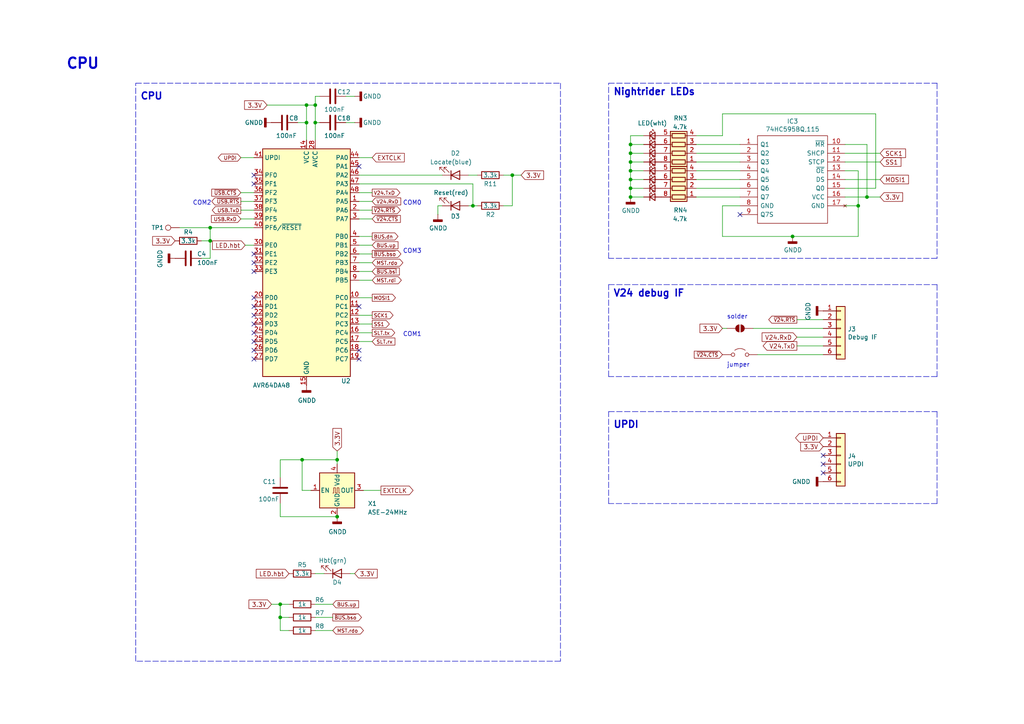
<source format=kicad_sch>
(kicad_sch (version 20250114) (generator "eeschema") (generator_version "9.0")
  (paper "A4")
  (title_block (title "RTB C10 Module") (date "2025-09-22") (rev "4") (company "Frank Schumacher") (comment 1 "Bus Master /w USB"))
  (lib_symbols
    (symbol "Connector:TestPoint" (pin_numbers (hide yes)) (pin_names (offset 0.762) (hide yes))
      (property "Reference" "TP" (at 0 6.858 0))
      (property "Value" "TestPoint" (at 0 5.08 0))
      (symbol "TestPoint_0_1"
        (circle (center 0 3.302) (radius 0.762))
      )
      (symbol "TestPoint_1_1"
        (pin passive line (at 0 0 90) (length 2.54) (name "1") (number "1"))
      )
    )
    (symbol "Connector_Generic:Conn_01x06" (pin_names (offset 1.016) (hide yes))
      (property "Reference" "J" (at 0 7.62 0))
      (property "Value" "Conn_01x06" (at 0 -10.16 0))
      (symbol "Conn_01x06_1_1"
        (rectangle (start -1.27 6.35) (end 1.27 -8.89) (stroke (width 0.254)) (fill (type background)))
        (rectangle (start -1.27 5.207) (end 0 4.953) (stroke (width 0.1524)))
        (rectangle (start -1.27 2.667) (end 0 2.413) (stroke (width 0.1524)))
        (rectangle (start -1.27 0.127) (end 0 -0.127) (stroke (width 0.1524)))
        (rectangle (start -1.27 -2.413) (end 0 -2.667) (stroke (width 0.1524)))
        (rectangle (start -1.27 -4.953) (end 0 -5.207) (stroke (width 0.1524)))
        (rectangle (start -1.27 -7.493) (end 0 -7.747) (stroke (width 0.1524)))
        (pin passive line (at -5.08 5.08 0) (length 3.81) (name "Pin_1") (number "1"))
        (pin passive line (at -5.08 2.54 0) (length 3.81) (name "Pin_2") (number "2"))
        (pin passive line (at -5.08 0 0) (length 3.81) (name "Pin_3") (number "3"))
        (pin passive line (at -5.08 -2.54 0) (length 3.81) (name "Pin_4") (number "4"))
        (pin passive line (at -5.08 -5.08 0) (length 3.81) (name "Pin_5") (number "5"))
        (pin passive line (at -5.08 -7.62 0) (length 3.81) (name "Pin_6") (number "6"))
      )
    )
    (symbol "Device:C" (pin_numbers (hide yes)) (pin_names (offset 0.254))
      (property "Reference" "C" (at 0.635 2.54 0))
      (property "Value" "C" (at 0.635 -2.54 0))
      (symbol "C_0_1"
        (polyline (pts (xy -2.032 0.762) (xy 2.032 0.762)) (stroke (width 0.508)))
        (polyline (pts (xy -2.032 -0.762) (xy 2.032 -0.762)) (stroke (width 0.508)))
      )
      (symbol "C_1_1"
        (pin passive line (at 0 3.81 270) (length 2.794) (name "~") (number "1"))
        (pin passive line (at 0 -3.81 90) (length 2.794) (name "~") (number "2"))
      )
    )
    (symbol "Device:LED" (pin_numbers (hide yes)) (pin_names (offset 1.016) (hide yes))
      (property "Reference" "D" (at 0 2.54 0))
      (property "Value" "LED" (at 0 -2.54 0))
      (symbol "LED_0_1"
        (polyline (pts (xy -3.048 -0.762) (xy -4.572 -2.286) (xy -3.81 -2.286) (xy -4.572 -2.286) (xy -4.572 -1.524)))
        (polyline (pts (xy -1.778 -0.762) (xy -3.302 -2.286) (xy -2.54 -2.286) (xy -3.302 -2.286) (xy -3.302 -1.524)))
        (polyline (pts (xy -1.27 0) (xy 1.27 0)))
        (polyline (pts (xy -1.27 -1.27) (xy -1.27 1.27)) (stroke (width 0.254)))
        (polyline (pts (xy 1.27 -1.27) (xy 1.27 1.27) (xy -1.27 0) (xy 1.27 -1.27)) (stroke (width 0.254)))
      )
      (symbol "LED_1_1"
        (pin passive line (at -3.81 0 0) (length 2.54) (name "K") (number "1"))
        (pin passive line (at 3.81 0 180) (length 2.54) (name "A") (number "2"))
      )
    )
    (symbol "Device:LED_Small" (pin_numbers (hide yes)) (pin_names (offset 0.254) (hide yes))
      (property "Reference" "D" (at -1.27 3.175 0))
      (property "Value" "LED_Small" (at -4.445 -2.54 0))
      (symbol "LED_Small_0_1"
        (polyline (pts (xy -0.762 -1.016) (xy -0.762 1.016)) (stroke (width 0.254)))
        (polyline (pts (xy 0 0.762) (xy -0.508 1.27) (xy -0.254 1.27) (xy -0.508 1.27) (xy -0.508 1.016)))
        (polyline (pts (xy 0.508 1.27) (xy 0 1.778) (xy 0.254 1.778) (xy 0 1.778) (xy 0 1.524)))
        (polyline (pts (xy 0.762 -1.016) (xy -0.762 0) (xy 0.762 1.016) (xy 0.762 -1.016)) (stroke (width 0.254)))
        (polyline (pts (xy 1.016 0) (xy -0.762 0)))
      )
      (symbol "LED_Small_1_1"
        (pin passive line (at -2.54 0 0) (length 1.778) (name "K") (number "1"))
        (pin passive line (at 2.54 0 180) (length 1.778) (name "A") (number "2"))
      )
    )
    (symbol "Device:R" (pin_numbers (hide yes)) (pin_names (offset 0))
      (property "Reference" "R" (at 2.032 0 90))
      (property "Value" "R" (at 0 0 90))
      (symbol "R_0_1"
        (rectangle (start -1.016 -2.54) (end 1.016 2.54) (stroke (width 0.254)))
      )
      (symbol "R_1_1"
        (pin passive line (at 0 3.81 270) (length 1.27) (name "~") (number "1"))
        (pin passive line (at 0 -3.81 90) (length 1.27) (name "~") (number "2"))
      )
    )
    (symbol "Device:R_Pack04" (pin_names (offset 0) (hide yes))
      (property "Reference" "RN" (at -7.62 0 90))
      (property "Value" "R_Pack04" (at 5.08 0 90))
      (symbol "R_Pack04_0_1"
        (rectangle (start -6.35 -2.413) (end 3.81 2.413) (stroke (width 0.254)) (fill (type background)))
        (rectangle (start -5.715 1.905) (end -4.445 -1.905) (stroke (width 0.254)))
        (polyline (pts (xy -5.08 1.905) (xy -5.08 2.54)))
        (polyline (pts (xy -5.08 -2.54) (xy -5.08 -1.905)))
        (rectangle (start -3.175 1.905) (end -1.905 -1.905) (stroke (width 0.254)))
        (polyline (pts (xy -2.54 1.905) (xy -2.54 2.54)))
        (polyline (pts (xy -2.54 -2.54) (xy -2.54 -1.905)))
        (rectangle (start -0.635 1.905) (end 0.635 -1.905) (stroke (width 0.254)))
        (polyline (pts (xy 0 1.905) (xy 0 2.54)))
        (polyline (pts (xy 0 -2.54) (xy 0 -1.905)))
        (rectangle (start 1.905 1.905) (end 3.175 -1.905) (stroke (width 0.254)))
        (polyline (pts (xy 2.54 1.905) (xy 2.54 2.54)))
        (polyline (pts (xy 2.54 -2.54) (xy 2.54 -1.905)))
      )
      (symbol "R_Pack04_1_1"
        (pin passive line (at -5.08 5.08 270) (length 2.54) (name "R1.2") (number "8"))
        (pin passive line (at -5.08 -5.08 90) (length 2.54) (name "R1.1") (number "1"))
        (pin passive line (at -2.54 5.08 270) (length 2.54) (name "R2.2") (number "7"))
        (pin passive line (at -2.54 -5.08 90) (length 2.54) (name "R2.1") (number "2"))
        (pin passive line (at 0 5.08 270) (length 2.54) (name "R3.2") (number "6"))
        (pin passive line (at 0 -5.08 90) (length 2.54) (name "R3.1") (number "3"))
        (pin passive line (at 2.54 5.08 270) (length 2.54) (name "R4.2") (number "5"))
        (pin passive line (at 2.54 -5.08 90) (length 2.54) (name "R4.1") (number "4"))
      )
    )
    (symbol "Jumper:Jumper_2_Open" (pin_numbers (hide yes)) (pin_names (offset 0) (hide yes))
      (property "Reference" "JP" (at 0 2.794 0))
      (property "Value" "Jumper_2_Open" (at 0 -2.286 0))
      (symbol "Jumper_2_Open_0_0"
        (circle (center -2.032 0) (radius 0.508))
        (circle (center 2.032 0) (radius 0.508))
      )
      (symbol "Jumper_2_Open_0_1"
        (arc (start -1.524 1.27) (mid 0 1.778) (end 1.524 1.27))
      )
      (symbol "Jumper_2_Open_1_1"
        (pin passive line (at -5.08 0 0) (length 2.54) (name "A") (number "1"))
        (pin passive line (at 5.08 0 180) (length 2.54) (name "B") (number "2"))
      )
    )
    (symbol "Jumper:SolderJumper_2_Open" (pin_numbers (hide yes)) (pin_names (offset 0) (hide yes)) (in_bom no)
      (property "Reference" "JP" (at 0 2.032 0))
      (property "Value" "SolderJumper_2_Open" (at 0 -2.54 0))
      (symbol "SolderJumper_2_Open_0_1"
        (polyline (pts (xy -0.254 1.016) (xy -0.254 -1.016)))
        (arc (start -0.254 -1.016) (mid -1.2656 0) (end -0.254 1.016))
        (arc (start -0.254 -1.016) (mid -1.2656 0) (end -0.254 1.016) (fill (type outline)))
        (arc (start 0.254 1.016) (mid 1.2656 0) (end 0.254 -1.016))
        (arc (start 0.254 1.016) (mid 1.2656 0) (end 0.254 -1.016) (fill (type outline)))
        (polyline (pts (xy 0.254 1.016) (xy 0.254 -1.016)))
      )
      (symbol "SolderJumper_2_Open_1_1"
        (pin passive line (at -3.81 0 0) (length 2.54) (name "A") (number "1"))
        (pin passive line (at 3.81 0 180) (length 2.54) (name "B") (number "2"))
      )
    )
    (symbol "MCU_Microchip_ATmega:ATmega4809-M"
      (property "Reference" "U" (at -12.7 34.29 0))
      (property "Value" "ATmega4809-M" (at 2.54 -34.29 0))
      (symbol "ATmega4809-M_0_1"
        (rectangle (start -12.7 -33.02) (end 12.7 33.02) (stroke (width 0.254)) (fill (type background)))
      )
      (symbol "ATmega4809-M_1_1"
        (pin bidirectional line (at -15.24 30.48 0) (length 2.54) (name "UPDI") (number "41"))
        (pin bidirectional line (at -15.24 25.4 0) (length 2.54) (name "PF0") (number "34"))
        (pin bidirectional line (at -15.24 22.86 0) (length 2.54) (name "PF1") (number "35"))
        (pin bidirectional line (at -15.24 20.32 0) (length 2.54) (name "PF2") (number "36"))
        (pin bidirectional line (at -15.24 17.78 0) (length 2.54) (name "PF3") (number "37"))
        (pin bidirectional line (at -15.24 15.24 0) (length 2.54) (name "PF4") (number "38"))
        (pin bidirectional line (at -15.24 12.7 0) (length 2.54) (name "PF5") (number "39"))
        (pin bidirectional line (at -15.24 10.16 0) (length 2.54) (name "PF6/~{RESET}") (number "40"))
        (pin bidirectional line (at -15.24 5.08 0) (length 2.54) (name "PE0") (number "30"))
        (pin bidirectional line (at -15.24 2.54 0) (length 2.54) (name "PE1") (number "31"))
        (pin bidirectional line (at -15.24 0 0) (length 2.54) (name "PE2") (number "32"))
        (pin bidirectional line (at -15.24 -2.54 0) (length 2.54) (name "PE3") (number "33"))
        (pin bidirectional line (at -15.24 -10.16 0) (length 2.54) (name "PD0") (number "20"))
        (pin bidirectional line (at -15.24 -12.7 0) (length 2.54) (name "PD1") (number "21"))
        (pin bidirectional line (at -15.24 -15.24 0) (length 2.54) (name "PD2") (number "22"))
        (pin bidirectional line (at -15.24 -17.78 0) (length 2.54) (name "PD3") (number "23"))
        (pin bidirectional line (at -15.24 -20.32 0) (length 2.54) (name "PD4") (number "24"))
        (pin bidirectional line (at -15.24 -22.86 0) (length 2.54) (name "PD5") (number "25"))
        (pin bidirectional line (at -15.24 -25.4 0) (length 2.54) (name "PD6") (number "26"))
        (pin bidirectional line (at -15.24 -27.94 0) (length 2.54) (name "PD7") (number "27"))
        (pin power_in line (at 0 35.56 270) (length 2.54) (name "VCC") (number "14"))
        (pin passive line (at 0 35.56 270) (length 2.54) (hide yes) (name "VCC") (number "42"))
        (pin power_in line (at 0 -35.56 90) (length 2.54) (name "GND") (number "15"))
        (pin passive line (at 0 -35.56 90) (length 2.54) (hide yes) (name "GND") (number "29"))
        (pin passive line (at 0 -35.56 90) (length 2.54) (hide yes) (name "GND") (number "43"))
        (pin passive line (at 0 -35.56 90) (length 2.54) (hide yes) (name "GND") (number "49"))
        (pin power_in line (at 2.54 35.56 270) (length 2.54) (name "AVCC") (number "28"))
        (pin bidirectional line (at 15.24 30.48 180) (length 2.54) (name "PA0") (number "44"))
        (pin bidirectional line (at 15.24 27.94 180) (length 2.54) (name "PA1") (number "45"))
        (pin bidirectional line (at 15.24 25.4 180) (length 2.54) (name "PA2") (number "46"))
        (pin bidirectional line (at 15.24 22.86 180) (length 2.54) (name "PA3") (number "47"))
        (pin bidirectional line (at 15.24 20.32 180) (length 2.54) (name "PA4") (number "48"))
        (pin bidirectional line (at 15.24 17.78 180) (length 2.54) (name "PA5") (number "1"))
        (pin bidirectional line (at 15.24 15.24 180) (length 2.54) (name "PA6") (number "2"))
        (pin bidirectional line (at 15.24 12.7 180) (length 2.54) (name "PA7") (number "3"))
        (pin bidirectional line (at 15.24 7.62 180) (length 2.54) (name "PB0") (number "4"))
        (pin bidirectional line (at 15.24 5.08 180) (length 2.54) (name "PB1") (number "5"))
        (pin bidirectional line (at 15.24 2.54 180) (length 2.54) (name "PB2") (number "6"))
        (pin bidirectional line (at 15.24 0 180) (length 2.54) (name "PB3") (number "7"))
        (pin bidirectional line (at 15.24 -2.54 180) (length 2.54) (name "PB4") (number "8"))
        (pin bidirectional line (at 15.24 -5.08 180) (length 2.54) (name "PB5") (number "9"))
        (pin bidirectional line (at 15.24 -10.16 180) (length 2.54) (name "PC0") (number "10"))
        (pin bidirectional line (at 15.24 -12.7 180) (length 2.54) (name "PC1") (number "11"))
        (pin bidirectional line (at 15.24 -15.24 180) (length 2.54) (name "PC2") (number "12"))
        (pin bidirectional line (at 15.24 -17.78 180) (length 2.54) (name "PC3") (number "13"))
        (pin bidirectional line (at 15.24 -20.32 180) (length 2.54) (name "PC4") (number "16"))
        (pin bidirectional line (at 15.24 -22.86 180) (length 2.54) (name "PC5") (number "17"))
        (pin bidirectional line (at 15.24 -25.4 180) (length 2.54) (name "PC6") (number "18"))
        (pin bidirectional line (at 15.24 -27.94 180) (length 2.54) (name "PC7") (number "19"))
      )
    )
    (symbol "Oscillator:ASE-xxxMHz" (pin_names (offset 0.254))
      (property "Reference" "Y" (at -5.08 6.35 0))
      (property "Value" "ASE-xxxMHz" (at 1.27 -6.35 0))
      (symbol "ASE-xxxMHz_0_1"
        (rectangle (start -5.08 5.08) (end 5.08 -5.08) (stroke (width 0.254)) (fill (type background)))
        (polyline (pts (xy -1.27 -0.762) (xy -1.016 -0.762) (xy -1.016 0.762) (xy -0.508 0.762) (xy -0.508 -0.762) (xy 0 -0.762) (xy 0 0.762) (xy 0.508 0.762) (xy 0.508 -0.762) (xy 0.762 -0.762)))
      )
      (symbol "ASE-xxxMHz_1_1"
        (pin input line (at -7.62 0 0) (length 2.54) (name "EN") (number "1"))
        (pin power_in line (at 0 7.62 270) (length 2.54) (name "Vdd") (number "4"))
        (pin power_in line (at 0 -7.62 90) (length 2.54) (name "GND") (number "2"))
        (pin output line (at 7.62 0 180) (length 2.54) (name "OUT") (number "3"))
      )
    )
    (symbol "RTB:74HC595BQ,115" (pin_names (offset 0.762))
      (property "Reference" "IC" (at 26.67 7.62 0))
      (property "Value" "74HC595BQ,115" (at 26.67 5.08 0))
      (symbol "74HC595BQ,115_0_0"
        (pin tri_state line (at 0 0 0) (length 5.08) (name "Q1") (number "1"))
        (pin tri_state line (at 0 -2.54 0) (length 5.08) (name "Q2") (number "2"))
        (pin tri_state line (at 0 -5.08 0) (length 5.08) (name "Q3") (number "3"))
        (pin tri_state line (at 0 -7.62 0) (length 5.08) (name "Q4") (number "4"))
        (pin tri_state line (at 0 -10.16 0) (length 5.08) (name "Q5") (number "5"))
        (pin tri_state line (at 0 -12.7 0) (length 5.08) (name "Q6") (number "6"))
        (pin tri_state line (at 0 -15.24 0) (length 5.08) (name "Q7") (number "7"))
        (pin power_in line (at 0 -17.78 0) (length 5.08) (name "GND") (number "8"))
        (pin output line (at 0 -20.32 0) (length 5.08) (name "Q7S") (number "9"))
        (pin input line (at 30.48 0 180) (length 5.08) (name "~{MR}") (number "10"))
        (pin input line (at 30.48 -2.54 180) (length 5.08) (name "SHCP") (number "11"))
        (pin input line (at 30.48 -5.08 180) (length 5.08) (name "STCP") (number "12"))
        (pin input line (at 30.48 -7.62 180) (length 5.08) (name "~{OE}") (number "13"))
        (pin input line (at 30.48 -10.16 180) (length 5.08) (name "DS") (number "14"))
        (pin tri_state line (at 30.48 -12.7 180) (length 5.08) (name "Q0") (number "15"))
        (pin power_in line (at 30.48 -15.24 180) (length 5.08) (name "VCC") (number "16"))
        (pin no_connect line (at 30.48 -17.78 180) (length 5.08) (name "GND") (number "17"))
      )
      (symbol "74HC595BQ,115_0_1"
        (polyline (pts (xy 5.08 2.54) (xy 25.4 2.54) (xy 25.4 -22.86) (xy 5.08 -22.86) (xy 5.08 2.54)) (stroke (width 0.1524)))
      )
    )
    (symbol "power:GNDD" (power) (pin_numbers (hide yes)) (pin_names (offset 0) (hide yes))
      (property "Value" "GNDD" (at 0 -3.175 0))
      (symbol "GNDD_0_1"
        (rectangle (start -1.27 -1.524) (end 1.27 -2.032) (stroke (width 0.254)) (fill (type outline)))
        (polyline (pts (xy 0 0) (xy 0 -1.524)))
      )
      (symbol "GNDD_1_1"
        (pin power_in line (at 0 0 270) (length 0) (name "~") (number "1"))
      )
    )
  )
  (text "CPU" (at 40.64 29.21 0) (effects (font (size 2.0066 2.0066) (thickness 0.4013) (bold yes)) (justify left bottom)))
  (text "COM2" (at 55.88 59.69 0) (effects (font (size 1.27 1.27)) (justify left bottom)))
  (text "jumper" (at 210.82 106.68 0) (effects (font (size 1.27 1.27)) (justify left bottom)))
  (text "V24 debug IF" (at 177.8 86.36 0) (effects (font (size 2.0066 2.0066) (thickness 0.4013) (bold yes)) (justify left bottom)))
  (text "COM3" (at 116.84 73.66 0) (effects (font (size 1.27 1.27)) (justify left bottom)))
  (text "COM1" (at 116.84 97.79 0) (effects (font (size 1.27 1.27)) (justify left bottom)))
  (text "solder" (at 210.82 92.71 0) (effects (font (size 1.27 1.27)) (justify left bottom)))
  (text "Nightrider LEDs" (at 177.8 27.94 0) (effects (font (size 2.0066 2.0066) (thickness 0.4013) (bold yes)) (justify left bottom)))
  (text "COM0" (at 116.84 59.69 0) (effects (font (size 1.27 1.27)) (justify left bottom)))
  (text "CPU" (at 19.05 20.32 0) (effects (font (size 2.9972 2.9972) (thickness 0.5994) (bold yes)) (justify left bottom)))
  (text "UPDI" (at 177.8 124.46 0) (effects (font (size 2.0066 2.0066) (thickness 0.4013) (bold yes)) (justify left bottom)))
  (junction (at 91.44 30.48))
  (junction (at 251.46 57.15))
  (junction (at 97.79 133.35))
  (junction (at 87.63 133.35))
  (junction (at 182.88 49.53))
  (junction (at 182.88 57.15))
  (junction (at 182.88 52.07))
  (junction (at 81.28 179.07))
  (junction (at 88.9 35.56))
  (junction (at 81.28 175.26))
  (junction (at 97.79 149.86))
  (junction (at 60.96 69.85))
  (junction (at 60.96 66.04))
  (junction (at 88.9 30.48))
  (junction (at 182.88 41.91))
  (junction (at 182.88 46.99))
  (junction (at 91.44 35.56))
  (junction (at 137.16 59.69))
  (junction (at 248.92 59.69))
  (junction (at 182.88 54.61))
  (junction (at 148.59 50.8))
  (junction (at 182.88 44.45))
  (junction (at 229.87 68.58))
  (no_connect (at 238.76 137.16))
  (no_connect (at 73.66 88.9))
  (no_connect (at 73.66 104.14))
  (no_connect (at 73.66 73.66))
  (no_connect (at 104.14 88.9))
  (no_connect (at 73.66 93.98))
  (no_connect (at 104.14 48.26))
  (no_connect (at 73.66 78.74))
  (no_connect (at 104.14 104.14))
  (no_connect (at 73.66 53.34))
  (no_connect (at 73.66 76.2))
  (no_connect (at 73.66 91.44))
  (no_connect (at 238.76 132.08))
  (no_connect (at 214.63 62.23))
  (no_connect (at 73.66 86.36))
  (no_connect (at 238.76 134.62))
  (no_connect (at 73.66 99.06))
  (no_connect (at 104.14 101.6))
  (no_connect (at 73.66 101.6))
  (no_connect (at 73.66 50.8))
  (no_connect (at 73.66 96.52))
  (wire (pts (xy 60.96 66.04) (xy 73.66 66.04)))
  (wire (pts (xy 254 54.61) (xy 254 33.02)))
  (polyline (pts (xy 271.78 146.05) (xy 176.53 146.05)) (stroke (width 0) (type dash)))
  (polyline (pts (xy 271.78 82.55) (xy 271.78 109.22)) (stroke (width 0) (type dash)))
  (wire (pts (xy 182.88 49.53) (xy 182.88 52.07)))
  (wire (pts (xy 60.96 69.85) (xy 60.96 74.93)))
  (wire (pts (xy 245.11 59.69) (xy 248.92 59.69)))
  (wire (pts (xy 81.28 138.43) (xy 81.28 133.35)))
  (wire (pts (xy 104.14 73.66) (xy 107.95 73.66)))
  (wire (pts (xy 182.88 57.15) (xy 186.69 57.15)))
  (wire (pts (xy 214.63 54.61) (xy 201.93 54.61)))
  (wire (pts (xy 231.14 97.79) (xy 238.76 97.79)))
  (wire (pts (xy 209.55 39.37) (xy 201.93 39.37)))
  (wire (pts (xy 91.44 166.37) (xy 93.98 166.37)))
  (wire (pts (xy 182.88 39.37) (xy 182.88 41.91)))
  (wire (pts (xy 209.55 59.69) (xy 209.55 68.58)))
  (wire (pts (xy 104.14 63.5) (xy 107.95 63.5)))
  (wire (pts (xy 182.88 46.99) (xy 182.88 49.53)))
  (wire (pts (xy 186.69 52.07) (xy 182.88 52.07)))
  (wire (pts (xy 104.14 53.34) (xy 137.16 53.34)))
  (wire (pts (xy 186.69 44.45) (xy 182.88 44.45)))
  (wire (pts (xy 248.92 68.58) (xy 248.92 59.69)))
  (wire (pts (xy 186.69 54.61) (xy 182.88 54.61)))
  (wire (pts (xy 107.95 78.74) (xy 104.14 78.74)))
  (wire (pts (xy 105.41 142.24) (xy 110.49 142.24)))
  (wire (pts (xy 245.11 57.15) (xy 251.46 57.15)))
  (polyline (pts (xy 271.78 74.93) (xy 176.53 74.93)) (stroke (width 0) (type dash)))
  (wire (pts (xy 97.79 130.81) (xy 97.79 133.35)))
  (wire (pts (xy 78.74 175.26) (xy 81.28 175.26)))
  (wire (pts (xy 87.63 142.24) (xy 90.17 142.24)))
  (wire (pts (xy 83.82 175.26) (xy 81.28 175.26)))
  (wire (pts (xy 81.28 179.07) (xy 81.28 182.88)))
  (wire (pts (xy 251.46 57.15) (xy 255.27 57.15)))
  (wire (pts (xy 73.66 60.96) (xy 69.85 60.96)))
  (polyline (pts (xy 176.53 24.13) (xy 271.78 24.13)) (stroke (width 0) (type dash)))
  (wire (pts (xy 209.55 33.02) (xy 209.55 39.37)))
  (wire (pts (xy 100.33 35.56) (xy 102.87 35.56)))
  (polyline (pts (xy 271.78 119.38) (xy 271.78 146.05)) (stroke (width 0) (type dash)))
  (wire (pts (xy 104.14 76.2) (xy 107.95 76.2)))
  (polyline (pts (xy 176.53 74.93) (xy 176.53 24.13)) (stroke (width 0) (type dash)))
  (wire (pts (xy 127 62.23) (xy 127 59.69)))
  (wire (pts (xy 186.69 41.91) (xy 182.88 41.91)))
  (wire (pts (xy 88.9 30.48) (xy 91.44 30.48)))
  (wire (pts (xy 104.14 81.28) (xy 107.95 81.28)))
  (wire (pts (xy 88.9 35.56) (xy 88.9 30.48)))
  (wire (pts (xy 104.14 96.52) (xy 107.95 96.52)))
  (wire (pts (xy 245.11 41.91) (xy 251.46 41.91)))
  (polyline (pts (xy 176.53 82.55) (xy 271.78 82.55)) (stroke (width 0) (type dash)))
  (wire (pts (xy 81.28 179.07) (xy 81.28 175.26)))
  (wire (pts (xy 229.87 68.58) (xy 248.92 68.58)))
  (wire (pts (xy 81.28 146.05) (xy 81.28 149.86)))
  (wire (pts (xy 214.63 59.69) (xy 209.55 59.69)))
  (wire (pts (xy 58.42 69.85) (xy 60.96 69.85)))
  (wire (pts (xy 81.28 182.88) (xy 83.82 182.88)))
  (wire (pts (xy 148.59 50.8) (xy 151.13 50.8)))
  (wire (pts (xy 91.44 27.94) (xy 92.71 27.94)))
  (wire (pts (xy 146.05 59.69) (xy 148.59 59.69)))
  (wire (pts (xy 182.88 44.45) (xy 182.88 46.99)))
  (wire (pts (xy 91.44 35.56) (xy 92.71 35.56)))
  (wire (pts (xy 73.66 45.72) (xy 69.85 45.72)))
  (wire (pts (xy 201.93 52.07) (xy 214.63 52.07)))
  (wire (pts (xy 127 59.69) (xy 128.27 59.69)))
  (wire (pts (xy 231.14 92.71) (xy 238.76 92.71)))
  (wire (pts (xy 219.71 102.87) (xy 238.76 102.87)))
  (wire (pts (xy 104.14 91.44) (xy 107.95 91.44)))
  (wire (pts (xy 137.16 53.34) (xy 137.16 59.69)))
  (wire (pts (xy 97.79 133.35) (xy 87.63 133.35)))
  (wire (pts (xy 135.89 50.8) (xy 138.43 50.8)))
  (wire (pts (xy 182.88 52.07) (xy 182.88 54.61)))
  (wire (pts (xy 86.36 35.56) (xy 88.9 35.56)))
  (polyline (pts (xy 162.56 191.77) (xy 39.37 191.77)) (stroke (width 0) (type dash)))
  (wire (pts (xy 60.96 66.04) (xy 60.96 69.85)))
  (wire (pts (xy 209.55 95.25) (xy 210.82 95.25)))
  (wire (pts (xy 104.14 99.06) (xy 107.95 99.06)))
  (wire (pts (xy 104.14 50.8) (xy 128.27 50.8)))
  (wire (pts (xy 81.28 133.35) (xy 87.63 133.35)))
  (wire (pts (xy 91.44 40.64) (xy 91.44 35.56)))
  (wire (pts (xy 209.55 68.58) (xy 229.87 68.58)))
  (wire (pts (xy 245.11 52.07) (xy 255.27 52.07)))
  (wire (pts (xy 104.14 45.72) (xy 107.95 45.72)))
  (wire (pts (xy 186.69 46.99) (xy 182.88 46.99)))
  (wire (pts (xy 100.33 27.94) (xy 102.87 27.94)))
  (wire (pts (xy 201.93 41.91) (xy 214.63 41.91)))
  (polyline (pts (xy 176.53 109.22) (xy 176.53 82.55)) (stroke (width 0) (type dash)))
  (wire (pts (xy 104.14 71.12) (xy 107.95 71.12)))
  (wire (pts (xy 81.28 149.86) (xy 97.79 149.86)))
  (wire (pts (xy 87.63 133.35) (xy 87.63 142.24)))
  (wire (pts (xy 73.66 63.5) (xy 69.85 63.5)))
  (polyline (pts (xy 176.53 119.38) (xy 271.78 119.38)) (stroke (width 0) (type dash)))
  (wire (pts (xy 83.82 179.07) (xy 81.28 179.07)))
  (wire (pts (xy 214.63 49.53) (xy 201.93 49.53)))
  (wire (pts (xy 96.52 175.26) (xy 91.44 175.26)))
  (polyline (pts (xy 271.78 109.22) (xy 176.53 109.22)) (stroke (width 0) (type dash)))
  (wire (pts (xy 186.69 39.37) (xy 182.88 39.37)))
  (wire (pts (xy 251.46 41.91) (xy 251.46 57.15)))
  (wire (pts (xy 104.14 58.42) (xy 107.95 58.42)))
  (wire (pts (xy 104.14 60.96) (xy 107.95 60.96)))
  (wire (pts (xy 97.79 133.35) (xy 97.79 134.62)))
  (wire (pts (xy 146.05 50.8) (xy 148.59 50.8)))
  (wire (pts (xy 104.14 68.58) (xy 107.95 68.58)))
  (wire (pts (xy 245.11 46.99) (xy 255.27 46.99)))
  (wire (pts (xy 101.6 166.37) (xy 102.87 166.37)))
  (wire (pts (xy 148.59 59.69) (xy 148.59 50.8)))
  (wire (pts (xy 248.92 49.53) (xy 248.92 59.69)))
  (wire (pts (xy 91.44 30.48) (xy 91.44 27.94)))
  (wire (pts (xy 104.14 86.36) (xy 107.95 86.36)))
  (wire (pts (xy 73.66 55.88) (xy 69.85 55.88)))
  (wire (pts (xy 201.93 46.99) (xy 214.63 46.99)))
  (wire (pts (xy 137.16 59.69) (xy 138.43 59.69)))
  (wire (pts (xy 245.11 54.61) (xy 254 54.61)))
  (wire (pts (xy 214.63 44.45) (xy 201.93 44.45)))
  (polyline (pts (xy 271.78 24.13) (xy 271.78 74.93)) (stroke (width 0) (type dash)))
  (polyline (pts (xy 162.56 24.13) (xy 162.56 191.77)) (stroke (width 0) (type dash)))
  (wire (pts (xy 182.88 41.91) (xy 182.88 44.45)))
  (wire (pts (xy 91.44 35.56) (xy 91.44 30.48)))
  (wire (pts (xy 52.07 66.04) (xy 60.96 66.04)))
  (wire (pts (xy 245.11 49.53) (xy 248.92 49.53)))
  (wire (pts (xy 77.47 30.48) (xy 88.9 30.48)))
  (wire (pts (xy 218.44 95.25) (xy 238.76 95.25)))
  (wire (pts (xy 245.11 44.45) (xy 255.27 44.45)))
  (polyline (pts (xy 39.37 24.13) (xy 162.56 24.13)) (stroke (width 0) (type dash)))
  (polyline (pts (xy 176.53 146.05) (xy 176.53 119.38)) (stroke (width 0) (type dash)))
  (wire (pts (xy 104.14 93.98) (xy 107.95 93.98)))
  (wire (pts (xy 58.42 74.93) (xy 60.96 74.93)))
  (wire (pts (xy 91.44 182.88) (xy 96.52 182.88)))
  (wire (pts (xy 73.66 58.42) (xy 69.85 58.42)))
  (wire (pts (xy 88.9 40.64) (xy 88.9 35.56)))
  (polyline (pts (xy 39.37 191.77) (xy 39.37 24.13)) (stroke (width 0) (type dash)))
  (wire (pts (xy 186.69 49.53) (xy 182.88 49.53)))
  (wire (pts (xy 254 33.02) (xy 209.55 33.02)))
  (wire (pts (xy 214.63 57.15) (xy 201.93 57.15)))
  (wire (pts (xy 104.14 55.88) (xy 107.95 55.88)))
  (wire (pts (xy 231.14 100.33) (xy 238.76 100.33)))
  (wire (pts (xy 135.89 59.69) (xy 137.16 59.69)))
  (wire (pts (xy 71.12 71.12) (xy 73.66 71.12)))
  (wire (pts (xy 91.44 179.07) (xy 96.52 179.07)))
  (wire (pts (xy 182.88 54.61) (xy 182.88 57.15)))
  (global_label "BUS.up" (shape input) (at 96.52 175.26 0) (effects (font (size 1.0414 1.0414))) (property "Intersheetrefs" "${INTERSHEET_REFS}" (effects (hide yes))))
  (global_label "V24.RxD" (shape input) (at 231.14 97.79 180) (property "Intersheetrefs" "${INTERSHEET_REFS}" (effects (hide yes))))
  (global_label "EXTCLK" (shape output) (at 110.49 142.24 0) (property "Intersheetrefs" "${INTERSHEET_REFS}" (effects (hide yes))))
  (global_label "~{BUS.bso}" (shape output) (at 96.52 179.07 0) (effects (font (size 1.0414 1.0414))) (property "Intersheetrefs" "${INTERSHEET_REFS}" (effects (hide yes))))
  (global_label "3.3V" (shape input) (at 97.79 130.81 90) (property "Intersheetrefs" "${INTERSHEET_REFS}" (effects (hide yes))))
  (global_label "MST.rdo" (shape bidirectional) (at 107.95 76.2 0) (effects (font (size 1.0414 1.0414))) (property "Intersheetrefs" "${INTERSHEET_REFS}" (effects (hide yes))))
  (global_label "3.3V" (shape input) (at 238.76 129.54 180) (property "Intersheetrefs" "${INTERSHEET_REFS}" (effects (hide yes))))
  (global_label "3.3V" (shape input) (at 209.55 95.25 180) (property "Intersheetrefs" "${INTERSHEET_REFS}" (effects (hide yes))))
  (global_label "USB.TxD" (shape output) (at 69.85 60.96 180) (effects (font (size 1.0414 1.0414))) (property "Intersheetrefs" "${INTERSHEET_REFS}" (effects (hide yes))))
  (global_label "~{V24.CTS}" (shape input) (at 209.55 102.87 180) (effects (font (size 1.0414 1.0414))) (property "Intersheetrefs" "${INTERSHEET_REFS}" (effects (hide yes))))
  (global_label "MOSI1" (shape output) (at 107.95 86.36 0) (effects (font (size 1.0414 1.0414))) (property "Intersheetrefs" "${INTERSHEET_REFS}" (effects (hide yes))))
  (global_label "SLT.rx" (shape input) (at 107.95 99.06 0) (effects (font (size 1.0414 1.0414))) (property "Intersheetrefs" "${INTERSHEET_REFS}" (effects (hide yes))))
  (global_label "~{V24.CTS}" (shape input) (at 107.95 63.5 0) (effects (font (size 1.0414 1.0414))) (property "Intersheetrefs" "${INTERSHEET_REFS}" (effects (hide yes))))
  (global_label "3.3V" (shape input) (at 102.87 166.37 0) (property "Intersheetrefs" "${INTERSHEET_REFS}" (effects (hide yes))))
  (global_label "3.3V" (shape input) (at 151.13 50.8 0) (property "Intersheetrefs" "${INTERSHEET_REFS}" (effects (hide yes))))
  (global_label "BUS.dn" (shape output) (at 107.95 68.58 0) (effects (font (size 1.0414 1.0414))) (property "Intersheetrefs" "${INTERSHEET_REFS}" (effects (hide yes))))
  (global_label "MST.rdo" (shape bidirectional) (at 96.52 182.88 0) (effects (font (size 1.0414 1.0414))) (property "Intersheetrefs" "${INTERSHEET_REFS}" (effects (hide yes))))
  (global_label "V24.TxD" (shape output) (at 231.14 100.33 180) (property "Intersheetrefs" "${INTERSHEET_REFS}" (effects (hide yes))))
  (global_label "3.3V" (shape input) (at 77.47 30.48 180) (property "Intersheetrefs" "${INTERSHEET_REFS}" (effects (hide yes))))
  (global_label "SCK1" (shape input) (at 255.27 44.45 0) (property "Intersheetrefs" "${INTERSHEET_REFS}" (effects (hide yes))))
  (global_label "V24.TxD" (shape output) (at 107.95 55.88 0) (effects (font (size 1.0414 1.0414))) (property "Intersheetrefs" "${INTERSHEET_REFS}" (effects (hide yes))))
  (global_label "~{BUS.bsi}" (shape input) (at 107.95 78.74 0) (effects (font (size 1.0414 1.0414))) (property "Intersheetrefs" "${INTERSHEET_REFS}" (effects (hide yes))))
  (global_label "~{V24.RTS}" (shape output) (at 107.95 60.96 0) (effects (font (size 1.0414 1.0414))) (property "Intersheetrefs" "${INTERSHEET_REFS}" (effects (hide yes))))
  (global_label "USB.RxD" (shape input) (at 69.85 63.5 180) (effects (font (size 1.0414 1.0414))) (property "Intersheetrefs" "${INTERSHEET_REFS}" (effects (hide yes))))
  (global_label "3.3V" (shape input) (at 50.8 69.85 180) (property "Intersheetrefs" "${INTERSHEET_REFS}" (effects (hide yes))))
  (global_label "~{USB.RTS}" (shape output) (at 69.85 58.42 180) (effects (font (size 1.0414 1.0414))) (property "Intersheetrefs" "${INTERSHEET_REFS}" (effects (hide yes))))
  (global_label "EXTCLK" (shape input) (at 107.95 45.72 0) (property "Intersheetrefs" "${INTERSHEET_REFS}" (effects (hide yes))))
  (global_label "3.3V" (shape input) (at 78.74 175.26 180) (property "Intersheetrefs" "${INTERSHEET_REFS}" (effects (hide yes))))
  (global_label "SS1" (shape input) (at 255.27 46.99 0) (property "Intersheetrefs" "${INTERSHEET_REFS}" (effects (hide yes))))
  (global_label "MOSI1" (shape input) (at 255.27 52.07 0) (property "Intersheetrefs" "${INTERSHEET_REFS}" (effects (hide yes))))
  (global_label "UPDI" (shape bidirectional) (at 69.85 45.72 180) (effects (font (size 1.0414 1.0414))) (property "Intersheetrefs" "${INTERSHEET_REFS}" (effects (hide yes))))
  (global_label "SLT.tx" (shape output) (at 107.95 96.52 0) (effects (font (size 1.0414 1.0414))) (property "Intersheetrefs" "${INTERSHEET_REFS}" (effects (hide yes))))
  (global_label "BUS.up" (shape input) (at 107.95 71.12 0) (effects (font (size 1.0414 1.0414))) (property "Intersheetrefs" "${INTERSHEET_REFS}" (effects (hide yes))))
  (global_label "LED.hbt" (shape input) (at 83.82 166.37 180) (property "Intersheetrefs" "${INTERSHEET_REFS}" (effects (hide yes))))
  (global_label "SS1" (shape output) (at 107.95 93.98 0) (effects (font (size 1.0414 1.0414))) (property "Intersheetrefs" "${INTERSHEET_REFS}" (effects (hide yes))))
  (global_label "~{V24.RTS}" (shape output) (at 231.14 92.71 180) (effects (font (size 1.0414 1.0414))) (property "Intersheetrefs" "${INTERSHEET_REFS}" (effects (hide yes))))
  (global_label "MST.rdi" (shape bidirectional) (at 107.95 81.28 0) (effects (font (size 1.0414 1.0414))) (property "Intersheetrefs" "${INTERSHEET_REFS}" (effects (hide yes))))
  (global_label "LED.hbt" (shape input) (at 71.12 71.12 180) (property "Intersheetrefs" "${INTERSHEET_REFS}" (effects (hide yes))))
  (global_label "V24.RxD" (shape input) (at 107.95 58.42 0) (effects (font (size 1.0414 1.0414))) (property "Intersheetrefs" "${INTERSHEET_REFS}" (effects (hide yes))))
  (global_label "3.3V" (shape input) (at 255.27 57.15 0) (property "Intersheetrefs" "${INTERSHEET_REFS}" (effects (hide yes))))
  (global_label "UPDI" (shape bidirectional) (at 238.76 127 180) (property "Intersheetrefs" "${INTERSHEET_REFS}" (effects (hide yes))))
  (global_label "SCK1" (shape output) (at 107.95 91.44 0) (effects (font (size 1.0414 1.0414))) (property "Intersheetrefs" "${INTERSHEET_REFS}" (effects (hide yes))))
  (global_label "~{USB.CTS}" (shape input) (at 69.85 55.88 180) (effects (font (size 1.0414 1.0414))) (property "Intersheetrefs" "${INTERSHEET_REFS}" (effects (hide yes))))
  (global_label "~{BUS.bso}" (shape output) (at 107.95 73.66 0) (effects (font (size 1.0414 1.0414))) (property "Intersheetrefs" "${INTERSHEET_REFS}" (effects (hide yes))))
  (symbol (lib_id "RTB:74HC595BQ,115") (at 214.63 41.91 0) (unit 1)
    (property "Reference" "IC3" (at 229.87 35.179 0))
    (property "Value" "74HC595BQ,115" (at 229.87 37.4904 0))
    (property "Footprint" "74HC595BQ115" (effects (hide yes)))
    (property "Datasheet" "https://componentsearchengine.com/Datasheets/1/74HC595BQ,115.pdf" (effects (hide yes)))
    (property "Description" "8-bit SIPO shift register,3-state, QFN16" (effects (hide yes)))
    (property "LCSC Part #" "C547123" (effects (hide yes)))
  )
  (symbol (lib_id "Device:R_Pack04") (at 196.85 41.91 90) (unit 1)
    (property "Reference" "RN3" (at 199.39 34.29 90) (effects (justify left)))
    (property "Value" "4.7k" (at 199.39 36.83 90) (effects (justify left)))
    (property "Footprint" "Resistor_SMD:R_Array_Convex_4x0603" (effects (hide yes)))
    (property "Description" "Arrays 3.3K OHM 5%" (effects (hide yes)))
    (property "Mouser" "667-EXB-V8V332JV" (effects (hide yes)))
    (property "LCSC Part #" "C1980" (effects (hide yes)))
  )
  (symbol (lib_id "Device:R_Pack04") (at 196.85 52.07 90) (unit 1)
    (property "Reference" "RN4" (at 199.39 60.96 90) (effects (justify left)))
    (property "Value" "4.7k" (at 199.39 63.5 90) (effects (justify left)))
    (property "Footprint" "Resistor_SMD:R_Array_Convex_4x0603" (effects (hide yes)))
    (property "Description" "Arrays 3.3K OHM 5%" (effects (hide yes)))
    (property "Mouser" "667-EXB-V8V332JV" (effects (hide yes)))
    (property "LCSC Part #" "C1980" (effects (hide yes)))
  )
  (symbol (lib_id "power:GNDD") (at 229.87 68.58 0) (unit 1)
    (property "Reference" "#PWR0116" (effects (hide yes)))
    (property "Value" "GNDD" (at 229.9716 72.517 0))
  )
  (symbol (lib_id "Device:LED_Small") (at 189.23 57.15 0) (unit 1)
    (property "Reference" "D14" (effects (hide yes)))
    (property "Value" "LED(wht)" (effects (hide yes)))
    (property "Footprint" "LED_SMD:LED_0603_1608Metric" (effects (hide yes)))
    (property "Description" "White 120mcd 2.9V Vr" (effects (hide yes)))
    (property "LCSC Part #" "C2290" (effects (hide yes)))
  )
  (symbol (lib_id "Device:LED_Small") (at 189.23 54.61 0) (unit 1)
    (property "Reference" "D32" (effects (hide yes)))
    (property "Value" "LED(wht)" (effects (hide yes)))
    (property "Footprint" "LED_SMD:LED_0603_1608Metric" (effects (hide yes)))
    (property "Description" "White 120mcd 2.9V Vr" (effects (hide yes)))
    (property "LCSC Part #" "C2290" (effects (hide yes)))
  )
  (symbol (lib_id "Device:LED_Small") (at 189.23 52.07 0) (unit 1)
    (property "Reference" "D33" (effects (hide yes)))
    (property "Value" "LED(wht)" (effects (hide yes)))
    (property "Footprint" "LED_SMD:LED_0603_1608Metric" (effects (hide yes)))
    (property "Description" "White 120mcd 2.9V Vr" (effects (hide yes)))
    (property "LCSC Part #" "C2290" (effects (hide yes)))
  )
  (symbol (lib_id "Device:LED_Small") (at 189.23 49.53 0) (unit 1)
    (property "Reference" "D34" (effects (hide yes)))
    (property "Value" "LED(wht)" (effects (hide yes)))
    (property "Footprint" "LED_SMD:LED_0603_1608Metric" (effects (hide yes)))
    (property "Description" "White 120mcd 2.9V Vr" (effects (hide yes)))
    (property "LCSC Part #" "C2290" (effects (hide yes)))
  )
  (symbol (lib_id "Device:LED_Small") (at 189.23 46.99 0) (unit 1)
    (property "Reference" "D35" (effects (hide yes)))
    (property "Value" "LED(wht)" (effects (hide yes)))
    (property "Footprint" "LED_SMD:LED_0603_1608Metric" (effects (hide yes)))
    (property "Description" "White 120mcd 2.9V Vr" (effects (hide yes)))
    (property "LCSC Part #" "C2290" (effects (hide yes)))
  )
  (symbol (lib_id "Device:LED_Small") (at 189.23 44.45 0) (unit 1)
    (property "Reference" "D36" (effects (hide yes)))
    (property "Value" "LED(wht)" (effects (hide yes)))
    (property "Footprint" "LED_SMD:LED_0603_1608Metric" (effects (hide yes)))
    (property "Description" "White 120mcd 2.9V Vr" (effects (hide yes)))
    (property "LCSC Part #" "C2290" (effects (hide yes)))
  )
  (symbol (lib_id "Device:LED_Small") (at 189.23 41.91 0) (unit 1)
    (property "Reference" "D37" (effects (hide yes)))
    (property "Value" "LED(wht)" (effects (hide yes)))
    (property "Footprint" "LED_SMD:LED_0603_1608Metric" (effects (hide yes)))
    (property "Description" "White 120mcd 2.9V Vr" (effects (hide yes)))
    (property "LCSC Part #" "C2290" (effects (hide yes)))
  )
  (symbol (lib_id "Device:LED_Small") (at 189.23 39.37 0) (unit 1)
    (property "Reference" "D38" (effects (hide yes)))
    (property "Value" "LED(wht)" (at 189.23 35.7124 0))
    (property "Footprint" "LED_SMD:LED_0603_1608Metric" (effects (hide yes)))
    (property "Description" "White 120mcd 2.9V Vr" (effects (hide yes)))
    (property "LCSC Part #" "C2290" (effects (hide yes)))
  )
  (symbol (lib_id "power:GNDD") (at 182.88 57.15 0) (unit 1)
    (property "Reference" "#PWR034" (effects (hide yes)))
    (property "Value" "GNDD" (at 182.9816 61.087 0))
  )
  (symbol (lib_id "MCU_Microchip_ATmega:ATmega4809-M") (at 88.9 76.2 0) (unit 1)
    (property "Reference" "U2" (at 100.33 110.49 0))
    (property "Value" "AVR64DA48" (at 78.74 111.76 0))
    (property "Footprint" "Package_DFN_QFN:UQFN-48-1EP_6x6mm_P0.4mm_EP4.45x4.45mm_ThermalVias" (effects (hide yes)))
    (property "Datasheet" "http://ww1.microchip.com/downloads/en/DeviceDoc/40002016A.pdf" (effects (hide yes)))
    (property "Description" "MicroChip MCU AVR64DA48, VQFN-48" (effects (hide yes)))
    (property "LCSC Part #" "C3227372" (effects (hide yes)))
  )
  (symbol (lib_id "Device:C") (at 82.55 35.56 90) (unit 1)
    (property "Reference" "C8" (at 83.82 34.29 90) (effects (justify right)))
    (property "Value" "100nF" (at 80.01 39.37 90) (effects (justify right)))
    (property "Footprint" "Capacitor_SMD:C_0603_1608Metric" (effects (hide yes)))
    (property "Description" "100nF 50V X7R ±10% 0603" (effects (hide yes)))
    (property "Mouser" "187-CL10B105KA8NFNC" (effects (hide yes)))
    (property "LCSC Part #" "C14663" (effects (hide yes)))
  )
  (symbol (lib_id "power:GNDD") (at 78.74 35.56 270) (unit 1)
    (property "Reference" "#PWR0105" (effects (hide yes)))
    (property "Value" "GNDD" (at 73.66 35.56 90))
  )
  (symbol (lib_id "Device:C") (at 96.52 35.56 90) (unit 1)
    (property "Reference" "C18" (at 97.79 34.29 90) (effects (justify right)))
    (property "Value" "100nF" (at 93.98 39.37 90) (effects (justify right)))
    (property "Footprint" "Capacitor_SMD:C_0603_1608Metric" (effects (hide yes)))
    (property "Deescription" "100nF 50V X7R ±10% 0603 MLCC" (effects (hide yes)))
    (property "Mouser" "187-CL10B105KA8NFNC" (effects (hide yes)))
    (property "LCSC Part #" "C14663" (effects (hide yes)))
  )
  (symbol (lib_id "power:GNDD") (at 102.87 35.56 90) (unit 1)
    (property "Reference" "#PWR0106" (effects (hide yes)))
    (property "Value" "GNDD" (at 107.95 35.56 90))
  )
  (symbol (lib_id "Connector_Generic:Conn_01x06") (at 243.84 95.25 0) (unit 1)
    (property "Reference" "J3" (at 245.872 95.4532 0) (effects (justify left)))
    (property "Value" "Debug IF" (at 245.872 97.7646 0) (effects (justify left)))
    (property "Footprint" "Connector_PinHeader_2.54mm:PinHeader_1x06_P2.54mm_Vertical" (effects (hide yes)))
  )
  (symbol (lib_id "power:GNDD") (at 88.9 111.76 0) (unit 1)
    (property "Reference" "#PWR0108" (effects (hide yes)))
    (property "Value" "GNDD" (at 89.027 116.1542 0))
  )
  (symbol (lib_id "power:GNDD") (at 238.76 90.17 270) (unit 1)
    (property "Reference" "#PWR0107" (effects (hide yes)))
    (property "Value" "GNDD" (at 234.3658 90.297 0))
  )
  (symbol (lib_id "Device:LED") (at 132.08 50.8 0) (mirror x) (unit 1)
    (property "Reference" "D2" (at 132.08 44.45 0))
    (property "Value" "Locate(blue)" (at 130.81 46.99 0))
    (property "Footprint" "LED_SMD:LED_0603_1608Metric" (effects (hide yes)))
    (property "LCSC Part #" "C434421" (effects (hide yes)))
  )
  (symbol (lib_id "Device:R") (at 142.24 50.8 270) (unit 1)
    (property "Reference" "R11" (at 142.24 53.34 90))
    (property "Value" "3.3k" (at 142.24 50.8 90))
    (property "Footprint" "Resistor_SMD:R_0603_1608Metric" (effects (hide yes)))
    (property "Description" "-55℃~+155℃ 100mW 3.3kΩ 75V Thick Film Resistor ±1% ±100ppm/℃ 0603 Chip Resistor - Surface Mount ROHS" (effects (hide yes)))
    (property "LCSC Part #" "C22978" (effects (hide yes)))
  )
  (symbol (lib_id "Connector_Generic:Conn_01x06") (at 243.84 132.08 0) (unit 1)
    (property "Reference" "J4" (at 245.872 132.2832 0) (effects (justify left)))
    (property "Value" "UPDI" (at 245.872 134.5946 0) (effects (justify left)))
    (property "Footprint" "Connector_PinHeader_1.27mm:PinHeader_2x03_P1.27mm_Vertical" (effects (hide yes)))
  )
  (symbol (lib_id "power:GNDD") (at 238.76 139.7 270) (unit 1)
    (property "Reference" "#PWR0109" (effects (hide yes)))
    (property "Value" "GNDD" (at 232.41 139.7 90))
  )
  (symbol (lib_id "Device:C") (at 96.52 27.94 90) (unit 1)
    (property "Reference" "C12" (at 97.79 26.67 90) (effects (justify right)))
    (property "Value" "100nF" (at 93.98 31.75 90) (effects (justify right)))
    (property "Footprint" "Capacitor_SMD:C_0603_1608Metric" (effects (hide yes)))
    (property "Description" "100nF 50V X7R ±10% 0603 MLCC" (effects (hide yes)))
    (property "Mouser" "187-CL10B105KA8NFNC" (effects (hide yes)))
    (property "LCSC Part #" "C14663" (effects (hide yes)))
  )
  (symbol (lib_id "power:GNDD") (at 102.87 27.94 90) (unit 1)
    (property "Reference" "#PWR0104" (effects (hide yes)))
    (property "Value" "GNDD" (at 107.95 27.94 90))
  )
  (symbol (lib_id "Jumper:SolderJumper_2_Open") (at 214.63 95.25 0) (unit 1)
    (property "Reference" "JP1" (effects (hide yes)))
    (property "Value" "SolderJumper_2_Open" (effects (hide yes)))
    (property "Footprint" "Jumper:SolderJumper-2_P1.3mm_Open_RoundedPad1.0x1.5mm" (effects (hide yes)))
  )
  (symbol (lib_id "Device:LED") (at 132.08 59.69 0) (mirror x) (unit 1)
    (property "Reference" "D3" (at 132.08 62.738 0))
    (property "Value" "Reset(red)" (at 130.81 55.88 0))
    (property "Footprint" "LED_SMD:LED_0603_1608Metric" (effects (hide yes)))
    (property "LCSC Part #" "C2986060" (effects (hide yes)))
  )
  (symbol (lib_id "Device:R") (at 142.24 59.69 270) (unit 1)
    (property "Reference" "R2" (at 142.24 62.23 90))
    (property "Value" "3.3k" (at 142.24 59.69 90))
    (property "Footprint" "Resistor_SMD:R_0603_1608Metric" (effects (hide yes)))
    (property "Description" "-55℃~+155℃ 100mW 3.3kΩ 75V Thick Film Resistor ±1% ±100ppm/℃ 0603 Chip Resistor - Surface Mount ROHS" (effects (hide yes)))
    (property "LCSC Part #" "C22978" (effects (hide yes)))
  )
  (symbol (lib_id "Device:C") (at 81.28 142.24 0) (unit 1)
    (property "Reference" "C11" (at 76.2 139.7 0) (effects (justify left)))
    (property "Value" "100nF" (at 74.93 144.78 0) (effects (justify left)))
    (property "Footprint" "Capacitor_SMD:C_0603_1608Metric" (effects (hide yes)))
    (property "Description" "50V 100n 0603 X7R" (effects (hide yes)))
    (property "Mouser" "603-CC603KRX7R9BB104" (effects (hide yes)))
    (property "LCSC Part #" "C14663" (effects (hide yes)))
  )
  (symbol (lib_id "Jumper:Jumper_2_Open") (at 214.63 102.87 0) (mirror y) (unit 1)
    (property "Reference" "JP2" (effects (hide yes)))
    (property "Value" "Jumper_2_Open" (effects (hide yes)))
    (property "Footprint" "Connector_PinHeader_2.54mm:PinHeader_1x02_P2.54mm_Vertical" (effects (hide yes)))
  )
  (symbol (lib_id "power:GNDD") (at 97.79 149.86 0) (unit 1)
    (property "Reference" "#PWR0112" (effects (hide yes)))
    (property "Value" "GNDD" (at 97.917 154.2542 0))
  )
  (symbol (lib_id "Connector:TestPoint") (at 52.07 66.04 90) (unit 1)
    (property "Reference" "TP1" (at 45.72 66.04 90))
    (property "Value" "TestPoint" (effects (hide yes)))
    (property "Footprint" "TestPoint:TestPoint_Pad_D2.0mm" (effects (hide yes)))
  )
  (symbol (lib_id "Device:R") (at 54.61 69.85 270) (unit 1)
    (property "Reference" "R4" (at 54.61 67.31 90))
    (property "Value" "3.3k" (at 54.61 69.85 90))
    (property "Footprint" "Resistor_SMD:R_0603_1608Metric" (effects (hide yes)))
    (property "Description" "-55℃~+155℃ 100mW 3.3kΩ 75V Thick Film Resistor ±1% ±100ppm/℃ 0603 Chip Resistor - Surface Mount ROHS" (effects (hide yes)))
    (property "LCSC Part #" "C22978" (effects (hide yes)))
  )
  (symbol (lib_id "Device:C") (at 54.61 74.93 90) (unit 1)
    (property "Reference" "C4" (at 57.15 73.66 90) (effects (justify right)))
    (property "Value" "100nF" (at 57.15 76.2 90) (effects (justify right)))
    (property "Footprint" "Capacitor_SMD:C_0603_1608Metric" (effects (hide yes)))
    (property "Description" "50V 100n 0603 X7R MLCC" (effects (hide yes)))
    (property "LCSC Part #" "C14663" (effects (hide yes)))
  )
  (symbol (lib_id "power:GNDD") (at 50.8 74.93 270) (unit 1)
    (property "Reference" "#PWR0102" (effects (hide yes)))
    (property "Value" "GNDD" (at 46.4058 75.057 0))
  )
  (symbol (lib_id "Device:LED") (at 97.79 166.37 0) (mirror x) (unit 1)
    (property "Reference" "D4" (at 97.79 168.91 0))
    (property "Value" "Hbt(grn)" (at 96.52 162.56 0))
    (property "Footprint" "LED_SMD:LED_0603_1608Metric" (effects (hide yes)))
    (property "LCSC Part #" "C84264" (effects (hide yes)))
  )
  (symbol (lib_id "Device:R") (at 87.63 166.37 270) (unit 1)
    (property "Reference" "R5" (at 87.63 163.83 90))
    (property "Value" "3.3k" (at 87.63 166.37 90))
    (property "Footprint" "Resistor_SMD:R_0603_1608Metric" (effects (hide yes)))
    (property "Description" "-55℃~+155℃ 100mW 3.3kΩ 75V Thick Film Resistor ±1% ±100ppm/℃ 0603 Chip Resistor - Surface Mount ROHS" (effects (hide yes)))
    (property "LCSC Part #" "C22978" (effects (hide yes)))
  )
  (symbol (lib_id "power:GNDD") (at 127 62.23 0) (unit 1)
    (property "Reference" "#PWR0103" (effects (hide yes)))
    (property "Value" "GNDD" (at 127.1016 66.167 0))
  )
  (symbol (lib_id "Oscillator:ASE-xxxMHz") (at 97.79 142.24 0) (unit 1)
    (property "Reference" "X1" (at 106.68 146.05 0) (effects (justify left)))
    (property "Value" "ASE-24MHz" (at 106.68 148.59 0) (effects (justify left)))
    (property "Footprint" "Oscillator:Oscillator_SMD_Abracon_ASE-4Pin_3.2x2.5mm" (effects (hide yes)))
    (property "Datasheet" "http://www.abracon.com/Oscillators/ASV.pdf" (effects (hide yes)))
    (property "Description" "Oscillators 24.0 MHZ 3.3V 25PPM -40+85C" (effects (hide yes)))
    (property "LCSC Part #" "C1987527" (effects (hide yes)))
  )
  (symbol (lib_id "Device:R") (at 87.63 175.26 90) (unit 1)
    (property "Reference" "R6" (at 92.71 173.99 90))
    (property "Value" "1k" (at 87.63 175.26 90))
    (property "Footprint" "Resistor_SMD:R_0603_1608Metric" (effects (hide yes)))
    (property "Description" "1kOhms, 1%, 1/10W" (effects (hide yes)))
    (property "Mouser" "603-RC0603FR-101KL" (effects (hide yes)))
    (property "LCSC Part #" "C21190" (effects (hide yes)))
  )
  (symbol (lib_id "Device:R") (at 87.63 179.07 90) (unit 1)
    (property "Reference" "R7" (at 92.71 177.8 90))
    (property "Value" "1k" (at 87.63 179.07 90))
    (property "Footprint" "Resistor_SMD:R_0603_1608Metric" (effects (hide yes)))
    (property "Description" "1kOhms, 1%, 1/10W" (effects (hide yes)))
    (property "Mouser" "603-RC0603FR-101KL" (effects (hide yes)))
    (property "LCSC Part #" "C21190" (effects (hide yes)))
  )
  (symbol (lib_id "Device:R") (at 87.63 182.88 90) (unit 1)
    (property "Reference" "R8" (at 92.71 181.61 90))
    (property "Value" "1k" (at 87.63 182.88 90))
    (property "Footprint" "Resistor_SMD:R_0603_1608Metric" (effects (hide yes)))
    (property "Description" "1kOhms, 1%, 1/10W" (effects (hide yes)))
    (property "Mouser" "603-RC0603FR-101KL" (effects (hide yes)))
    (property "LCSC Part #" "C21190" (effects (hide yes)))
  )
)
</source>
